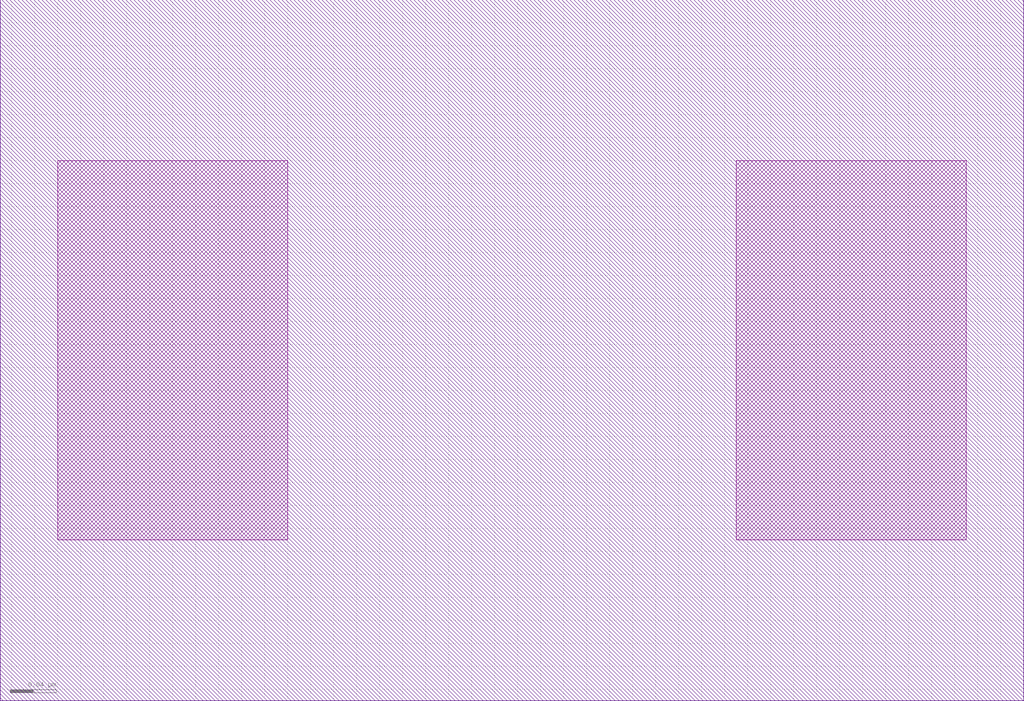
<source format=lef>
VERSION 5.7 ;
  NOWIREEXTENSIONATPIN ON ;
  DIVIDERCHAR "/" ;
  BUSBITCHARS "[]" ;
UNITS
  DATABASE MICRONS 200 ;
END UNITS

LAYER via2
  TYPE CUT ;
END via2

LAYER via
  TYPE CUT ;
END via

LAYER nwell
  TYPE MASTERSLICE ;
END nwell

LAYER via3
  TYPE CUT ;
END via3

LAYER pwell
  TYPE MASTERSLICE ;
END pwell

LAYER via4
  TYPE CUT ;
END via4

LAYER mcon
  TYPE CUT ;
END mcon

LAYER met6
  TYPE ROUTING ;
  WIDTH 0.030000 ;
  SPACING 0.040000 ;
  DIRECTION HORIZONTAL ;
END met6

LAYER met1
  TYPE ROUTING ;
  WIDTH 0.140000 ;
  SPACING 0.140000 ;
  DIRECTION HORIZONTAL ;
END met1

LAYER met3
  TYPE ROUTING ;
  WIDTH 0.300000 ;
  SPACING 0.300000 ;
  DIRECTION HORIZONTAL ;
END met3

LAYER met2
  TYPE ROUTING ;
  WIDTH 0.140000 ;
  SPACING 0.140000 ;
  DIRECTION HORIZONTAL ;
END met2

LAYER met4
  TYPE ROUTING ;
  WIDTH 0.300000 ;
  SPACING 0.300000 ;
  DIRECTION HORIZONTAL ;
END met4

LAYER met5
  TYPE ROUTING ;
  WIDTH 1.600000 ;
  SPACING 1.600000 ;
  DIRECTION HORIZONTAL ;
END met5

LAYER li1
  TYPE ROUTING ;
  WIDTH 0.170000 ;
  SPACING 0.170000 ;
  DIRECTION HORIZONTAL ;
END li1

MACRO sky130_hilas_nfet03
  CLASS BLOCK ;
  FOREIGN sky130_hilas_nfet03 ;
  ORIGIN 0.310 0.190 ;
  SIZE 0.890 BY 0.610 ;
  OBS
      LAYER li1 ;
        RECT -0.260 -0.050 -0.060 0.280 ;
        RECT 0.330 -0.050 0.530 0.280 ;
  END
END sky130_hilas_nfet03
END LIBRARY


</source>
